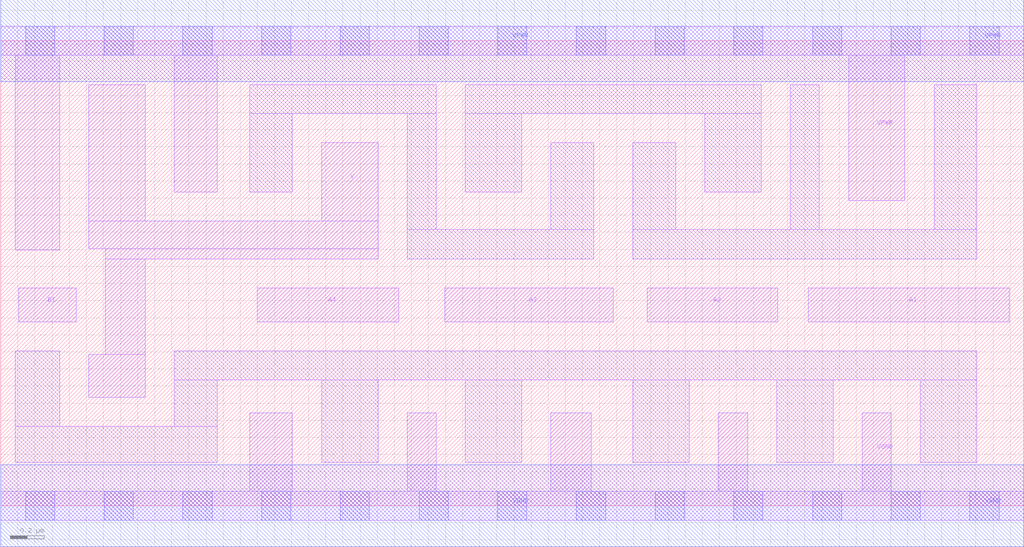
<source format=lef>
# Copyright 2020 The SkyWater PDK Authors
#
# Licensed under the Apache License, Version 2.0 (the "License");
# you may not use this file except in compliance with the License.
# You may obtain a copy of the License at
#
#     https://www.apache.org/licenses/LICENSE-2.0
#
# Unless required by applicable law or agreed to in writing, software
# distributed under the License is distributed on an "AS IS" BASIS,
# WITHOUT WARRANTIES OR CONDITIONS OF ANY KIND, either express or implied.
# See the License for the specific language governing permissions and
# limitations under the License.
#
# SPDX-License-Identifier: Apache-2.0

VERSION 5.7 ;
  NAMESCASESENSITIVE ON ;
  NOWIREEXTENSIONATPIN ON ;
  DIVIDERCHAR "/" ;
  BUSBITCHARS "[]" ;
UNITS
  DATABASE MICRONS 200 ;
END UNITS
MACRO sky130_fd_sc_hd__o41ai_2
  CLASS CORE ;
  SOURCE USER ;
  FOREIGN sky130_fd_sc_hd__o41ai_2 ;
  ORIGIN  0.000000  0.000000 ;
  SIZE  5.980000 BY  2.720000 ;
  SYMMETRY X Y R90 ;
  SITE unithd ;
  PIN A1
    ANTENNAGATEAREA  0.495000 ;
    DIRECTION INPUT ;
    USE SIGNAL ;
    PORT
      LAYER li1 ;
        RECT 4.720000 1.075000 5.895000 1.275000 ;
    END
  END A1
  PIN A2
    ANTENNAGATEAREA  0.495000 ;
    DIRECTION INPUT ;
    USE SIGNAL ;
    PORT
      LAYER li1 ;
        RECT 3.780000 1.075000 4.540000 1.275000 ;
    END
  END A2
  PIN A3
    ANTENNAGATEAREA  0.495000 ;
    DIRECTION INPUT ;
    USE SIGNAL ;
    PORT
      LAYER li1 ;
        RECT 2.595000 1.075000 3.580000 1.275000 ;
    END
  END A3
  PIN A4
    ANTENNAGATEAREA  0.495000 ;
    DIRECTION INPUT ;
    USE SIGNAL ;
    PORT
      LAYER li1 ;
        RECT 1.500000 1.075000 2.325000 1.275000 ;
    END
  END A4
  PIN B1
    ANTENNAGATEAREA  0.495000 ;
    DIRECTION INPUT ;
    USE SIGNAL ;
    PORT
      LAYER li1 ;
        RECT 0.105000 1.075000 0.440000 1.275000 ;
    END
  END B1
  PIN Y
    ANTENNADIFFAREA  0.715500 ;
    DIRECTION OUTPUT ;
    USE SIGNAL ;
    PORT
      LAYER li1 ;
        RECT 0.515000 0.635000 0.845000 0.885000 ;
        RECT 0.515000 1.505000 2.205000 1.665000 ;
        RECT 0.515000 1.665000 0.845000 2.465000 ;
        RECT 0.610000 0.885000 0.845000 1.445000 ;
        RECT 0.610000 1.445000 2.205000 1.505000 ;
        RECT 1.875000 1.665000 2.205000 2.125000 ;
    END
  END Y
  PIN VGND
    DIRECTION INOUT ;
    SHAPE ABUTMENT ;
    USE GROUND ;
    PORT
      LAYER li1 ;
        RECT 0.000000 -0.085000 5.980000 0.085000 ;
        RECT 1.455000  0.085000 1.705000 0.545000 ;
        RECT 2.375000  0.085000 2.545000 0.545000 ;
        RECT 3.215000  0.085000 3.450000 0.545000 ;
        RECT 4.195000  0.085000 4.365000 0.545000 ;
        RECT 5.035000  0.085000 5.205000 0.545000 ;
      LAYER mcon ;
        RECT 0.145000 -0.085000 0.315000 0.085000 ;
        RECT 0.605000 -0.085000 0.775000 0.085000 ;
        RECT 1.065000 -0.085000 1.235000 0.085000 ;
        RECT 1.525000 -0.085000 1.695000 0.085000 ;
        RECT 1.985000 -0.085000 2.155000 0.085000 ;
        RECT 2.445000 -0.085000 2.615000 0.085000 ;
        RECT 2.905000 -0.085000 3.075000 0.085000 ;
        RECT 3.365000 -0.085000 3.535000 0.085000 ;
        RECT 3.825000 -0.085000 3.995000 0.085000 ;
        RECT 4.285000 -0.085000 4.455000 0.085000 ;
        RECT 4.745000 -0.085000 4.915000 0.085000 ;
        RECT 5.205000 -0.085000 5.375000 0.085000 ;
        RECT 5.665000 -0.085000 5.835000 0.085000 ;
      LAYER met1 ;
        RECT 0.000000 -0.240000 5.980000 0.240000 ;
    END
  END VGND
  PIN VPWR
    DIRECTION INOUT ;
    SHAPE ABUTMENT ;
    USE POWER ;
    PORT
      LAYER li1 ;
        RECT 0.000000 2.635000 5.980000 2.805000 ;
        RECT 0.085000 1.495000 0.345000 2.635000 ;
        RECT 1.015000 1.835000 1.265000 2.635000 ;
        RECT 4.955000 1.785000 5.285000 2.635000 ;
      LAYER mcon ;
        RECT 0.145000 2.635000 0.315000 2.805000 ;
        RECT 0.605000 2.635000 0.775000 2.805000 ;
        RECT 1.065000 2.635000 1.235000 2.805000 ;
        RECT 1.525000 2.635000 1.695000 2.805000 ;
        RECT 1.985000 2.635000 2.155000 2.805000 ;
        RECT 2.445000 2.635000 2.615000 2.805000 ;
        RECT 2.905000 2.635000 3.075000 2.805000 ;
        RECT 3.365000 2.635000 3.535000 2.805000 ;
        RECT 3.825000 2.635000 3.995000 2.805000 ;
        RECT 4.285000 2.635000 4.455000 2.805000 ;
        RECT 4.745000 2.635000 4.915000 2.805000 ;
        RECT 5.205000 2.635000 5.375000 2.805000 ;
        RECT 5.665000 2.635000 5.835000 2.805000 ;
      LAYER met1 ;
        RECT 0.000000 2.480000 5.980000 2.960000 ;
    END
  END VPWR
  OBS
    LAYER li1 ;
      RECT 0.085000 0.255000 1.265000 0.465000 ;
      RECT 0.085000 0.465000 0.345000 0.905000 ;
      RECT 1.015000 0.465000 1.265000 0.735000 ;
      RECT 1.015000 0.735000 5.705000 0.905000 ;
      RECT 1.455000 1.835000 1.705000 2.295000 ;
      RECT 1.455000 2.295000 2.545000 2.465000 ;
      RECT 1.875000 0.255000 2.205000 0.735000 ;
      RECT 2.375000 1.445000 3.465000 1.615000 ;
      RECT 2.375000 1.615000 2.545000 2.295000 ;
      RECT 2.715000 0.255000 3.045000 0.735000 ;
      RECT 2.715000 1.835000 3.045000 2.295000 ;
      RECT 2.715000 2.295000 4.445000 2.465000 ;
      RECT 3.215000 1.615000 3.465000 2.125000 ;
      RECT 3.695000 0.255000 4.025000 0.735000 ;
      RECT 3.695000 1.445000 5.705000 1.615000 ;
      RECT 3.695000 1.615000 3.945000 2.125000 ;
      RECT 4.115000 1.835000 4.445000 2.295000 ;
      RECT 4.535000 0.255000 4.865000 0.735000 ;
      RECT 4.615000 1.615000 4.785000 2.465000 ;
      RECT 5.375000 0.255000 5.705000 0.735000 ;
      RECT 5.455000 1.615000 5.705000 2.465000 ;
  END
END sky130_fd_sc_hd__o41ai_2
END LIBRARY

</source>
